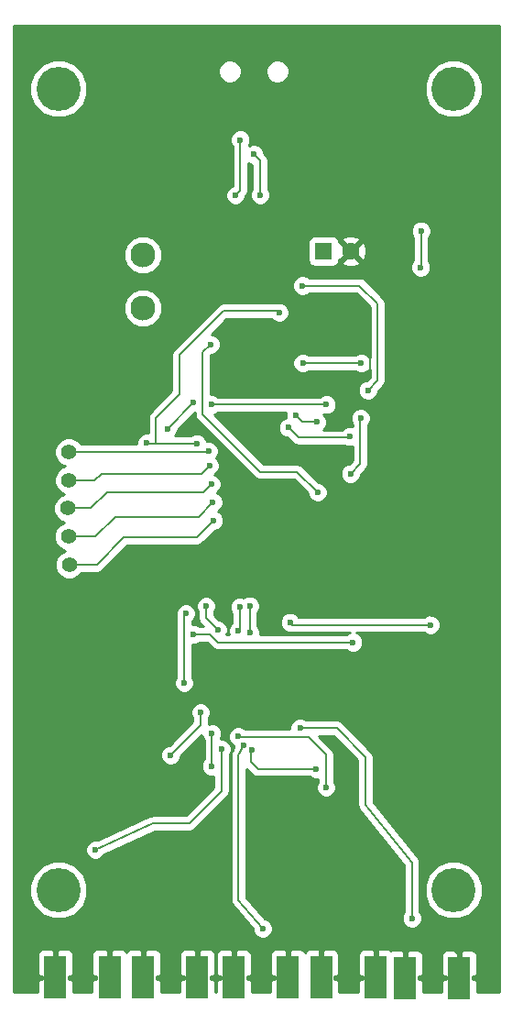
<source format=gbr>
G04 #@! TF.FileFunction,Copper,L2,Bot,Signal*
%FSLAX46Y46*%
G04 Gerber Fmt 4.6, Leading zero omitted, Abs format (unit mm)*
G04 Created by KiCad (PCBNEW 4.0.7) date 02/23/19 09:39:53*
%MOMM*%
%LPD*%
G01*
G04 APERTURE LIST*
%ADD10C,0.100000*%
%ADD11C,4.064000*%
%ADD12R,1.600000X1.600000*%
%ADD13C,1.600000*%
%ADD14R,2.000000X4.000000*%
%ADD15C,0.400000*%
%ADD16C,2.300000*%
%ADD17C,1.400000*%
%ADD18C,0.600000*%
%ADD19C,0.200000*%
%ADD20C,0.254000*%
G04 APERTURE END LIST*
D10*
D11*
X154500000Y-124000000D03*
X118000000Y-124000000D03*
X154500000Y-50000000D03*
X118000000Y-50000000D03*
D12*
X142499000Y-64986000D03*
D13*
X144999000Y-64986000D03*
D14*
X130829000Y-132076000D03*
D15*
X131204000Y-132826000D03*
X130454000Y-132826000D03*
X131204000Y-132076000D03*
X130454000Y-132076000D03*
X131204000Y-131326000D03*
X130454000Y-131326000D03*
D14*
X125829000Y-132076000D03*
D15*
X125454000Y-132826000D03*
X126204000Y-132826000D03*
X125454000Y-132076000D03*
X126204000Y-132076000D03*
X125454000Y-131326000D03*
X126204000Y-131326000D03*
D14*
X147300320Y-132094600D03*
D15*
X147675320Y-132844600D03*
X146925320Y-132844600D03*
X147675320Y-132094600D03*
X146925320Y-132094600D03*
X147675320Y-131344600D03*
X146925320Y-131344600D03*
D14*
X142300320Y-132094600D03*
D15*
X141925320Y-132844600D03*
X142675320Y-132844600D03*
X141925320Y-132094600D03*
X142675320Y-132094600D03*
X141925320Y-131344600D03*
X142675320Y-131344600D03*
D14*
X122705500Y-132069200D03*
D15*
X123080500Y-132819200D03*
X122330500Y-132819200D03*
X123080500Y-132069200D03*
X122330500Y-132069200D03*
X123080500Y-131319200D03*
X122330500Y-131319200D03*
D14*
X117705500Y-132069200D03*
D15*
X117330500Y-132819200D03*
X118080500Y-132819200D03*
X117330500Y-132069200D03*
X118080500Y-132069200D03*
X117330500Y-131319200D03*
X118080500Y-131319200D03*
D14*
X139202800Y-132069200D03*
D15*
X139577800Y-132819200D03*
X138827800Y-132819200D03*
X139577800Y-132069200D03*
X138827800Y-132069200D03*
X139577800Y-131319200D03*
X138827800Y-131319200D03*
D14*
X134202800Y-132069200D03*
D15*
X133827800Y-132819200D03*
X134577800Y-132819200D03*
X133827800Y-132069200D03*
X134577800Y-132069200D03*
X133827800Y-131319200D03*
X134577800Y-131319200D03*
D14*
X155039700Y-132122540D03*
D15*
X155414700Y-132872540D03*
X154664700Y-132872540D03*
X155414700Y-132122540D03*
X154664700Y-132122540D03*
X155414700Y-131372540D03*
X154664700Y-131372540D03*
D14*
X150039700Y-132122540D03*
D15*
X149664700Y-132872540D03*
X150414700Y-132872540D03*
X149664700Y-132122540D03*
X150414700Y-132122540D03*
X149664700Y-131372540D03*
X150414700Y-131372540D03*
D16*
X125809000Y-70236000D03*
X125809000Y-65336000D03*
D17*
X118949000Y-83556000D03*
X118929000Y-86156000D03*
X118869000Y-88746000D03*
X118899000Y-91336000D03*
X118979000Y-93966000D03*
D18*
X130484880Y-100398580D03*
X145919000Y-80416000D03*
X145219000Y-101116000D03*
X144979000Y-85546000D03*
X132119000Y-79176000D03*
X142759000Y-79166000D03*
X138409000Y-70656000D03*
X146599000Y-77846000D03*
X140549000Y-68176000D03*
X130779000Y-82766000D03*
X126169000Y-82706000D03*
X145979000Y-75336000D03*
X140569000Y-75336000D03*
X139399000Y-99276000D03*
X152389000Y-99506000D03*
X142722600Y-114523520D03*
X134599680Y-109819440D03*
X141828520Y-112816640D03*
X135856980Y-111061500D03*
X132176520Y-109550200D03*
X132110480Y-112557560D03*
X131627880Y-97756980D03*
X132694680Y-99974400D03*
X134799000Y-54716000D03*
X134339000Y-59846000D03*
X136629000Y-59806000D03*
X136059000Y-56066000D03*
X144899000Y-82116000D03*
X139229000Y-81286000D03*
X141869000Y-80786000D03*
X139909000Y-80196000D03*
X132019000Y-73606000D03*
X141949000Y-87276000D03*
X129609000Y-104866000D03*
X129769000Y-98446000D03*
X130469000Y-78976000D03*
X128039000Y-81426000D03*
X133045200Y-110992920D03*
X121383120Y-120282680D03*
X136870440Y-127548640D03*
X135087360Y-110611920D03*
X140314680Y-109042200D03*
X150664120Y-126598440D03*
X134200000Y-53670000D03*
X145790000Y-53920000D03*
X146620000Y-76596000D03*
X146150000Y-72070000D03*
X137312400Y-121904760D03*
X137411460Y-117187980D03*
X148209000Y-110175040D03*
X148153120Y-114952780D03*
X148717000Y-97414080D03*
X148777960Y-105481120D03*
X150444200Y-94947740D03*
X142737840Y-92613480D03*
X134630160Y-95341440D03*
X136429000Y-105496000D03*
X144059000Y-105486000D03*
X116689000Y-77656000D03*
X119089000Y-77646000D03*
X144999000Y-61596000D03*
X134309000Y-62056000D03*
X132119000Y-86516000D03*
X131124960Y-107579160D03*
X128358900Y-111541560D03*
X134757160Y-97820480D03*
X134612380Y-100032820D03*
X135666480Y-97749360D03*
X135674100Y-100261420D03*
X131869000Y-83466000D03*
X131979000Y-84806000D03*
X132269000Y-88176000D03*
X132339000Y-89876000D03*
X151500840Y-63124080D03*
X151470360Y-66497200D03*
D19*
X130484880Y-100398580D02*
X132006340Y-100398580D01*
X132723760Y-101116000D02*
X145219000Y-101116000D01*
X132006340Y-100398580D02*
X132723760Y-101116000D01*
X130484880Y-100398580D02*
X130482340Y-100398580D01*
X145889000Y-84636000D02*
X144979000Y-85546000D01*
X145889000Y-80446000D02*
X145889000Y-84636000D01*
X145889000Y-80446000D02*
X145919000Y-80416000D01*
X145219000Y-101116000D02*
X145069000Y-101266000D01*
X142749000Y-79176000D02*
X132119000Y-79176000D01*
X142759000Y-79166000D02*
X142749000Y-79176000D01*
X127019000Y-82766000D02*
X127019000Y-80386000D01*
X129189000Y-78216000D02*
X127019000Y-80386000D01*
X129189000Y-74556000D02*
X129189000Y-78216000D01*
X133229000Y-70516000D02*
X129189000Y-74556000D01*
X134699000Y-70516000D02*
X133229000Y-70516000D01*
X138269000Y-70516000D02*
X134699000Y-70516000D01*
X138269000Y-70516000D02*
X138409000Y-70656000D01*
X147489000Y-76956000D02*
X147489000Y-69856000D01*
X146599000Y-77846000D02*
X147489000Y-76956000D01*
X145809000Y-68176000D02*
X140549000Y-68176000D01*
X147489000Y-69856000D02*
X145809000Y-68176000D01*
X126229000Y-82766000D02*
X127019000Y-82766000D01*
X127019000Y-82766000D02*
X130779000Y-82766000D01*
X126169000Y-82706000D02*
X126229000Y-82766000D01*
X140569000Y-75336000D02*
X145979000Y-75336000D01*
X139399000Y-99276000D02*
X139629000Y-99506000D01*
X139629000Y-99506000D02*
X152389000Y-99506000D01*
X142722600Y-111455200D02*
X142722600Y-114523520D01*
X141147800Y-109880400D02*
X142722600Y-111455200D01*
X134660640Y-109880400D02*
X141147800Y-109880400D01*
X134599680Y-109819440D02*
X134660640Y-109880400D01*
X136423400Y-112816640D02*
X141828520Y-112816640D01*
X135793480Y-112186720D02*
X136423400Y-112816640D01*
X135793480Y-111125000D02*
X135793480Y-112186720D01*
X135856980Y-111061500D02*
X135793480Y-111125000D01*
X132176520Y-112491520D02*
X132176520Y-109550200D01*
X132110480Y-112557560D02*
X132176520Y-112491520D01*
X131627880Y-98907600D02*
X131627880Y-97756980D01*
X132694680Y-99974400D02*
X131627880Y-98907600D01*
X134799000Y-59386000D02*
X134799000Y-54716000D01*
X134339000Y-59846000D02*
X134799000Y-59386000D01*
X136629000Y-56636000D02*
X136629000Y-59806000D01*
X136059000Y-56066000D02*
X136629000Y-56636000D01*
X144809000Y-82206000D02*
X144899000Y-82116000D01*
X140149000Y-82206000D02*
X144809000Y-82206000D01*
X139229000Y-81286000D02*
X140149000Y-82206000D01*
X140499000Y-80786000D02*
X141869000Y-80786000D01*
X139909000Y-80196000D02*
X140499000Y-80786000D01*
X131329000Y-74296000D02*
X132019000Y-73606000D01*
X131329000Y-80056000D02*
X131329000Y-74296000D01*
X136659000Y-85386000D02*
X131329000Y-80056000D01*
X140059000Y-85386000D02*
X136659000Y-85386000D01*
X141949000Y-87276000D02*
X140059000Y-85386000D01*
X129619000Y-104856000D02*
X129609000Y-104866000D01*
X129619000Y-98596000D02*
X129619000Y-104856000D01*
X129769000Y-98446000D02*
X129619000Y-98596000D01*
X130469000Y-78996000D02*
X130469000Y-78976000D01*
X128039000Y-81426000D02*
X130469000Y-78996000D01*
X133045200Y-110992920D02*
X133075680Y-111023400D01*
X133075680Y-111023400D02*
X133075680Y-114833400D01*
X133075680Y-114833400D02*
X130088640Y-117820440D01*
X130088640Y-117820440D02*
X126705360Y-117820440D01*
X126705360Y-117820440D02*
X121383120Y-120282680D01*
X134635240Y-124927360D02*
X136870440Y-127548640D01*
X134635240Y-111531400D02*
X134635240Y-124927360D01*
X135087360Y-110611920D02*
X134635240Y-111531400D01*
X140314680Y-109042200D02*
X140317220Y-109039660D01*
X140317220Y-109039660D02*
X143710660Y-109039660D01*
X143710660Y-109039660D02*
X146380200Y-111709200D01*
X146380200Y-111709200D02*
X146380200Y-116128800D01*
X146380200Y-116128800D02*
X150664120Y-121472720D01*
X150664120Y-121472720D02*
X150664120Y-126598440D01*
X145540000Y-53670000D02*
X134200000Y-53670000D01*
X145790000Y-53920000D02*
X145540000Y-53670000D01*
X146750000Y-72670000D02*
X146150000Y-72070000D01*
X146750000Y-76466000D02*
X146750000Y-72670000D01*
X146750000Y-76466000D02*
X146620000Y-76596000D01*
X150039700Y-132122540D02*
X150039700Y-129418080D01*
X150037800Y-129509520D02*
X150037800Y-129418080D01*
X150037800Y-129419980D02*
X150037800Y-129509520D01*
X150039700Y-129418080D02*
X150037800Y-129419980D01*
X147300320Y-132094600D02*
X147300320Y-129549520D01*
X147300320Y-129549520D02*
X147431760Y-129418080D01*
X142300320Y-132094600D02*
X142300320Y-129581280D01*
X142300320Y-129581280D02*
X142463520Y-129418080D01*
X134202800Y-132069200D02*
X134202800Y-129473320D01*
X134202800Y-129473320D02*
X134147560Y-129418080D01*
X139202800Y-132069200D02*
X139202800Y-129563500D01*
X139202800Y-129563500D02*
X139057380Y-129418080D01*
X130829000Y-132076000D02*
X130829000Y-129739340D01*
X130829000Y-129739340D02*
X130507740Y-129418080D01*
X125829000Y-132076000D02*
X125829000Y-129588200D01*
X125829000Y-129588200D02*
X125658880Y-129418080D01*
X122705500Y-132069200D02*
X122705500Y-129578740D01*
X122705500Y-129578740D02*
X122544840Y-129418080D01*
X117705500Y-132069200D02*
X117705500Y-129647320D01*
X117705500Y-129647320D02*
X117934740Y-129418080D01*
X117934740Y-129418080D02*
X122544840Y-129418080D01*
X155011120Y-130032760D02*
X155011120Y-132093960D01*
X154396440Y-129418080D02*
X155011120Y-130032760D01*
X150037800Y-129418080D02*
X154396440Y-129418080D01*
X147431760Y-129418080D02*
X150037800Y-129418080D01*
X142463520Y-129418080D02*
X147431760Y-129418080D01*
X139057380Y-129418080D02*
X142463520Y-129418080D01*
X130507740Y-129418080D02*
X134147560Y-129418080D01*
X134147560Y-129418080D02*
X139057380Y-129418080D01*
X125658880Y-129418080D02*
X126149100Y-129418080D01*
X126149100Y-129418080D02*
X130507740Y-129418080D01*
X122544840Y-129418080D02*
X125658880Y-129418080D01*
X155011120Y-132093960D02*
X155039700Y-132122540D01*
X137312400Y-117287040D02*
X137312400Y-121904760D01*
X137411460Y-117187980D02*
X137312400Y-117287040D01*
X148209000Y-114896900D02*
X148209000Y-110175040D01*
X148153120Y-114952780D02*
X148209000Y-114896900D01*
X144059000Y-105486000D02*
X148773080Y-105486000D01*
X148704300Y-97345500D02*
X142773400Y-97345500D01*
X148704300Y-97401380D02*
X148704300Y-97345500D01*
X148717000Y-97414080D02*
X148704300Y-97401380D01*
X148773080Y-105486000D02*
X148777960Y-105481120D01*
X150444200Y-94947740D02*
X142984220Y-94947740D01*
X142984220Y-94947740D02*
X142773400Y-94736920D01*
X142773400Y-92649040D02*
X142773400Y-94736920D01*
X142737840Y-92613480D02*
X142773400Y-92649040D01*
X142773400Y-94736920D02*
X142773400Y-96177100D01*
X142773400Y-96177100D02*
X142773400Y-97345500D01*
X134630160Y-95341440D02*
X136634220Y-97345500D01*
X136634220Y-97345500D02*
X142773400Y-97345500D01*
X144049000Y-105496000D02*
X136429000Y-105496000D01*
X144059000Y-105486000D02*
X144049000Y-105496000D01*
X119079000Y-77656000D02*
X116689000Y-77656000D01*
X119089000Y-77646000D02*
X119079000Y-77656000D01*
X144539000Y-62056000D02*
X134309000Y-62056000D01*
X144539000Y-62056000D02*
X144999000Y-61596000D01*
X120969000Y-88746000D02*
X118869000Y-88746000D01*
X122479000Y-87236000D02*
X120969000Y-88746000D01*
X131399000Y-87236000D02*
X122479000Y-87236000D01*
X132119000Y-86516000D02*
X131399000Y-87236000D01*
X131124960Y-108775500D02*
X131124960Y-107579160D01*
X128358900Y-111541560D02*
X131124960Y-108775500D01*
X134757160Y-99888040D02*
X134757160Y-97820480D01*
X134612380Y-100032820D02*
X134757160Y-99888040D01*
X135666480Y-100253800D02*
X135666480Y-97749360D01*
X135674100Y-100261420D02*
X135666480Y-100253800D01*
X118949000Y-83556000D02*
X131779000Y-83556000D01*
X131779000Y-83556000D02*
X131869000Y-83466000D01*
X121349000Y-86156000D02*
X118929000Y-86156000D01*
X121959000Y-85546000D02*
X121349000Y-86156000D01*
X131239000Y-85546000D02*
X121959000Y-85546000D01*
X131979000Y-84806000D02*
X131239000Y-85546000D01*
X121419000Y-91336000D02*
X118899000Y-91336000D01*
X123239000Y-89516000D02*
X121419000Y-91336000D01*
X130929000Y-89516000D02*
X123239000Y-89516000D01*
X132269000Y-88176000D02*
X130929000Y-89516000D01*
X121519000Y-93966000D02*
X118979000Y-93966000D01*
X124049000Y-91436000D02*
X121519000Y-93966000D01*
X130779000Y-91436000D02*
X124049000Y-91436000D01*
X132339000Y-89876000D02*
X130779000Y-91436000D01*
X151500840Y-66466720D02*
X151500840Y-63124080D01*
X151470360Y-66497200D02*
X151500840Y-66466720D01*
D20*
G36*
X158700400Y-133422320D02*
X156674700Y-133422320D01*
X156674700Y-132408290D01*
X156515950Y-132249540D01*
X156251418Y-132249540D01*
X156260150Y-132222673D01*
X156242292Y-131995540D01*
X156515950Y-131995540D01*
X156674700Y-131836790D01*
X156674700Y-129996231D01*
X156578027Y-129762842D01*
X156399399Y-129584213D01*
X156166010Y-129487540D01*
X155325450Y-129487540D01*
X155166700Y-129646290D01*
X155166700Y-130560157D01*
X155034746Y-130614813D01*
X154912700Y-130575148D01*
X154912700Y-129646290D01*
X154753950Y-129487540D01*
X153913390Y-129487540D01*
X153680001Y-129584213D01*
X153501373Y-129762842D01*
X153404700Y-129996231D01*
X153404700Y-131836790D01*
X153563450Y-131995540D01*
X153827982Y-131995540D01*
X153819250Y-132022407D01*
X153837108Y-132249540D01*
X153563450Y-132249540D01*
X153404700Y-132408290D01*
X153404700Y-133422320D01*
X151674700Y-133422320D01*
X151674700Y-132408290D01*
X151515950Y-132249540D01*
X151251418Y-132249540D01*
X151260150Y-132222673D01*
X151242292Y-131995540D01*
X151515950Y-131995540D01*
X151674700Y-131836790D01*
X151674700Y-129996231D01*
X151578027Y-129762842D01*
X151399399Y-129584213D01*
X151166010Y-129487540D01*
X150325450Y-129487540D01*
X150166700Y-129646290D01*
X150166700Y-130560157D01*
X150034746Y-130614813D01*
X149912700Y-130575148D01*
X149912700Y-129646290D01*
X149753950Y-129487540D01*
X148913390Y-129487540D01*
X148685628Y-129581882D01*
X148660019Y-129556273D01*
X148426630Y-129459600D01*
X147586070Y-129459600D01*
X147427320Y-129618350D01*
X147427320Y-130532217D01*
X147295366Y-130586873D01*
X147173320Y-130547208D01*
X147173320Y-129618350D01*
X147014570Y-129459600D01*
X146174010Y-129459600D01*
X145940621Y-129556273D01*
X145761993Y-129734902D01*
X145665320Y-129968291D01*
X145665320Y-131808850D01*
X145824070Y-131967600D01*
X146088602Y-131967600D01*
X146079870Y-131994467D01*
X146097728Y-132221600D01*
X145824070Y-132221600D01*
X145665320Y-132380350D01*
X145665320Y-133422320D01*
X143935320Y-133422320D01*
X143935320Y-132380350D01*
X143776570Y-132221600D01*
X143512038Y-132221600D01*
X143520770Y-132194733D01*
X143502912Y-131967600D01*
X143776570Y-131967600D01*
X143935320Y-131808850D01*
X143935320Y-129968291D01*
X143838647Y-129734902D01*
X143660019Y-129556273D01*
X143426630Y-129459600D01*
X142586070Y-129459600D01*
X142427320Y-129618350D01*
X142427320Y-130532217D01*
X142295366Y-130586873D01*
X142173320Y-130547208D01*
X142173320Y-129618350D01*
X142014570Y-129459600D01*
X141174010Y-129459600D01*
X140940621Y-129556273D01*
X140761993Y-129734902D01*
X140756821Y-129747389D01*
X140741127Y-129709502D01*
X140562499Y-129530873D01*
X140329110Y-129434200D01*
X139488550Y-129434200D01*
X139329800Y-129592950D01*
X139329800Y-130506817D01*
X139197846Y-130561473D01*
X139075800Y-130521808D01*
X139075800Y-129592950D01*
X138917050Y-129434200D01*
X138076490Y-129434200D01*
X137843101Y-129530873D01*
X137664473Y-129709502D01*
X137567800Y-129942891D01*
X137567800Y-131783450D01*
X137726550Y-131942200D01*
X137991082Y-131942200D01*
X137982350Y-131969067D01*
X138000208Y-132196200D01*
X137726550Y-132196200D01*
X137567800Y-132354950D01*
X137567800Y-133422320D01*
X135837800Y-133422320D01*
X135837800Y-132354950D01*
X135679050Y-132196200D01*
X135414518Y-132196200D01*
X135423250Y-132169333D01*
X135405392Y-131942200D01*
X135679050Y-131942200D01*
X135837800Y-131783450D01*
X135837800Y-129942891D01*
X135741127Y-129709502D01*
X135562499Y-129530873D01*
X135329110Y-129434200D01*
X134488550Y-129434200D01*
X134329800Y-129592950D01*
X134329800Y-130506817D01*
X134197846Y-130561473D01*
X134075800Y-130521808D01*
X134075800Y-129592950D01*
X133917050Y-129434200D01*
X133076490Y-129434200D01*
X132843101Y-129530873D01*
X132664473Y-129709502D01*
X132567800Y-129942891D01*
X132567800Y-131783450D01*
X132726550Y-131942200D01*
X132991082Y-131942200D01*
X132982350Y-131969067D01*
X133000208Y-132196200D01*
X132726550Y-132196200D01*
X132567800Y-132354950D01*
X132567800Y-133422320D01*
X132464000Y-133422320D01*
X132464000Y-132361750D01*
X132305250Y-132203000D01*
X132040718Y-132203000D01*
X132049450Y-132176133D01*
X132031592Y-131949000D01*
X132305250Y-131949000D01*
X132464000Y-131790250D01*
X132464000Y-129949691D01*
X132367327Y-129716302D01*
X132188699Y-129537673D01*
X131955310Y-129441000D01*
X131114750Y-129441000D01*
X130956000Y-129599750D01*
X130956000Y-130513617D01*
X130824046Y-130568273D01*
X130702000Y-130528608D01*
X130702000Y-129599750D01*
X130543250Y-129441000D01*
X129702690Y-129441000D01*
X129469301Y-129537673D01*
X129290673Y-129716302D01*
X129194000Y-129949691D01*
X129194000Y-131790250D01*
X129352750Y-131949000D01*
X129617282Y-131949000D01*
X129608550Y-131975867D01*
X129626408Y-132203000D01*
X129352750Y-132203000D01*
X129194000Y-132361750D01*
X129194000Y-133422320D01*
X127464000Y-133422320D01*
X127464000Y-132361750D01*
X127305250Y-132203000D01*
X127040718Y-132203000D01*
X127049450Y-132176133D01*
X127031592Y-131949000D01*
X127305250Y-131949000D01*
X127464000Y-131790250D01*
X127464000Y-129949691D01*
X127367327Y-129716302D01*
X127188699Y-129537673D01*
X126955310Y-129441000D01*
X126114750Y-129441000D01*
X125956000Y-129599750D01*
X125956000Y-130513617D01*
X125824046Y-130568273D01*
X125702000Y-130528608D01*
X125702000Y-129599750D01*
X125543250Y-129441000D01*
X124702690Y-129441000D01*
X124469301Y-129537673D01*
X124290673Y-129716302D01*
X124268658Y-129769450D01*
X124243827Y-129709502D01*
X124065199Y-129530873D01*
X123831810Y-129434200D01*
X122991250Y-129434200D01*
X122832500Y-129592950D01*
X122832500Y-130506817D01*
X122700546Y-130561473D01*
X122578500Y-130521808D01*
X122578500Y-129592950D01*
X122419750Y-129434200D01*
X121579190Y-129434200D01*
X121345801Y-129530873D01*
X121167173Y-129709502D01*
X121070500Y-129942891D01*
X121070500Y-131783450D01*
X121229250Y-131942200D01*
X121493782Y-131942200D01*
X121485050Y-131969067D01*
X121502908Y-132196200D01*
X121229250Y-132196200D01*
X121070500Y-132354950D01*
X121070500Y-133422320D01*
X119340500Y-133422320D01*
X119340500Y-132354950D01*
X119181750Y-132196200D01*
X118917218Y-132196200D01*
X118925950Y-132169333D01*
X118908092Y-131942200D01*
X119181750Y-131942200D01*
X119340500Y-131783450D01*
X119340500Y-129942891D01*
X119243827Y-129709502D01*
X119065199Y-129530873D01*
X118831810Y-129434200D01*
X117991250Y-129434200D01*
X117832500Y-129592950D01*
X117832500Y-130506817D01*
X117700546Y-130561473D01*
X117578500Y-130521808D01*
X117578500Y-129592950D01*
X117419750Y-129434200D01*
X116579190Y-129434200D01*
X116345801Y-129530873D01*
X116167173Y-129709502D01*
X116070500Y-129942891D01*
X116070500Y-131783450D01*
X116229250Y-131942200D01*
X116493782Y-131942200D01*
X116485050Y-131969067D01*
X116502908Y-132196200D01*
X116229250Y-132196200D01*
X116070500Y-132354950D01*
X116070500Y-133422320D01*
X113841600Y-133422320D01*
X113841600Y-124528172D01*
X115332538Y-124528172D01*
X115737709Y-125508761D01*
X116487293Y-126259655D01*
X117467173Y-126666536D01*
X118528172Y-126667462D01*
X119508761Y-126262291D01*
X120259655Y-125512707D01*
X120666536Y-124532827D01*
X120667462Y-123471828D01*
X120262291Y-122491239D01*
X119512707Y-121740345D01*
X118532827Y-121333464D01*
X117471828Y-121332538D01*
X116491239Y-121737709D01*
X115740345Y-122487293D01*
X115333464Y-123467173D01*
X115332538Y-124528172D01*
X113841600Y-124528172D01*
X113841600Y-120467847D01*
X120447958Y-120467847D01*
X120590003Y-120811623D01*
X120852793Y-121074872D01*
X121196321Y-121217518D01*
X121568287Y-121217842D01*
X121912063Y-121075797D01*
X122175312Y-120813007D01*
X122220015Y-120705350D01*
X126867140Y-118555440D01*
X130088640Y-118555440D01*
X130369912Y-118499491D01*
X130608363Y-118340163D01*
X133595403Y-115353124D01*
X133754731Y-115114673D01*
X133768939Y-115043243D01*
X133810680Y-114833400D01*
X133810680Y-111549912D01*
X133837392Y-111523247D01*
X133980038Y-111179719D01*
X133980362Y-110807753D01*
X133838317Y-110463977D01*
X133575527Y-110200728D01*
X133231999Y-110058082D01*
X132978124Y-110057861D01*
X133000237Y-110004607D01*
X133664518Y-110004607D01*
X133806563Y-110348383D01*
X134069353Y-110611632D01*
X134152330Y-110646087D01*
X134152198Y-110797087D01*
X134163642Y-110824785D01*
X133975664Y-111207078D01*
X133969492Y-111230218D01*
X133956189Y-111250128D01*
X133932738Y-111368022D01*
X133901759Y-111484174D01*
X133904912Y-111507912D01*
X133900240Y-111531400D01*
X133900240Y-124927360D01*
X133922635Y-125039944D01*
X133936035Y-125153934D01*
X133950432Y-125179690D01*
X133956189Y-125208632D01*
X134019957Y-125304067D01*
X134075964Y-125404262D01*
X135935408Y-127584882D01*
X135935278Y-127733807D01*
X136077323Y-128077583D01*
X136340113Y-128340832D01*
X136683641Y-128483478D01*
X137055607Y-128483802D01*
X137399383Y-128341757D01*
X137662632Y-128078967D01*
X137805278Y-127735439D01*
X137805602Y-127363473D01*
X137663557Y-127019697D01*
X137400767Y-126756448D01*
X137057239Y-126613802D01*
X137039215Y-126613786D01*
X135370240Y-124656534D01*
X135370240Y-112802926D01*
X135903676Y-113336363D01*
X136142127Y-113495691D01*
X136188794Y-113504973D01*
X136423400Y-113551640D01*
X141241101Y-113551640D01*
X141298193Y-113608832D01*
X141641721Y-113751478D01*
X141987600Y-113751779D01*
X141987600Y-113936101D01*
X141930408Y-113993193D01*
X141787762Y-114336721D01*
X141787438Y-114708687D01*
X141929483Y-115052463D01*
X142192273Y-115315712D01*
X142535801Y-115458358D01*
X142907767Y-115458682D01*
X143251543Y-115316637D01*
X143514792Y-115053847D01*
X143657438Y-114710319D01*
X143657762Y-114338353D01*
X143515717Y-113994577D01*
X143457600Y-113936358D01*
X143457600Y-111455200D01*
X143401651Y-111173928D01*
X143242324Y-110935477D01*
X142081506Y-109774660D01*
X143406214Y-109774660D01*
X145645200Y-112013647D01*
X145645200Y-116128800D01*
X145665456Y-116230634D01*
X145674446Y-116334070D01*
X145693212Y-116370169D01*
X145701149Y-116410072D01*
X145758832Y-116496401D01*
X145806722Y-116588525D01*
X149929120Y-121730958D01*
X149929120Y-126011021D01*
X149871928Y-126068113D01*
X149729282Y-126411641D01*
X149728958Y-126783607D01*
X149871003Y-127127383D01*
X150133793Y-127390632D01*
X150477321Y-127533278D01*
X150849287Y-127533602D01*
X151193063Y-127391557D01*
X151456312Y-127128767D01*
X151598958Y-126785239D01*
X151599282Y-126413273D01*
X151457237Y-126069497D01*
X151399120Y-126011278D01*
X151399120Y-124528172D01*
X151832538Y-124528172D01*
X152237709Y-125508761D01*
X152987293Y-126259655D01*
X153967173Y-126666536D01*
X155028172Y-126667462D01*
X156008761Y-126262291D01*
X156759655Y-125512707D01*
X157166536Y-124532827D01*
X157167462Y-123471828D01*
X156762291Y-122491239D01*
X156012707Y-121740345D01*
X155032827Y-121333464D01*
X153971828Y-121332538D01*
X152991239Y-121737709D01*
X152240345Y-122487293D01*
X151833464Y-123467173D01*
X151832538Y-124528172D01*
X151399120Y-124528172D01*
X151399120Y-121472720D01*
X151378862Y-121370877D01*
X151369873Y-121267449D01*
X151351108Y-121231352D01*
X151343171Y-121191448D01*
X151285489Y-121105120D01*
X151237598Y-121012994D01*
X147115200Y-115870563D01*
X147115200Y-111709200D01*
X147059251Y-111427928D01*
X147011453Y-111356393D01*
X146899924Y-111189477D01*
X144230383Y-108519937D01*
X143991932Y-108360609D01*
X143710660Y-108304660D01*
X140899564Y-108304660D01*
X140845007Y-108250008D01*
X140501479Y-108107362D01*
X140129513Y-108107038D01*
X139785737Y-108249083D01*
X139522488Y-108511873D01*
X139379842Y-108855401D01*
X139379589Y-109145400D01*
X135247953Y-109145400D01*
X135130007Y-109027248D01*
X134786479Y-108884602D01*
X134414513Y-108884278D01*
X134070737Y-109026323D01*
X133807488Y-109289113D01*
X133664842Y-109632641D01*
X133664518Y-110004607D01*
X133000237Y-110004607D01*
X133111358Y-109736999D01*
X133111682Y-109365033D01*
X132969637Y-109021257D01*
X132706847Y-108758008D01*
X132363319Y-108615362D01*
X131991353Y-108615038D01*
X131859960Y-108669328D01*
X131859960Y-108166579D01*
X131917152Y-108109487D01*
X132059798Y-107765959D01*
X132060122Y-107393993D01*
X131918077Y-107050217D01*
X131655287Y-106786968D01*
X131311759Y-106644322D01*
X130939793Y-106643998D01*
X130596017Y-106786043D01*
X130332768Y-107048833D01*
X130190122Y-107392361D01*
X130189798Y-107764327D01*
X130331843Y-108108103D01*
X130389960Y-108166322D01*
X130389960Y-108471053D01*
X128254545Y-110606468D01*
X128173733Y-110606398D01*
X127829957Y-110748443D01*
X127566708Y-111011233D01*
X127424062Y-111354761D01*
X127423738Y-111726727D01*
X127565783Y-112070503D01*
X127828573Y-112333752D01*
X128172101Y-112476398D01*
X128544067Y-112476722D01*
X128887843Y-112334677D01*
X129151092Y-112071887D01*
X129293738Y-111728359D01*
X129293810Y-111646096D01*
X131241390Y-109698517D01*
X131241358Y-109735367D01*
X131383403Y-110079143D01*
X131441520Y-110137362D01*
X131441520Y-111904216D01*
X131318288Y-112027233D01*
X131175642Y-112370761D01*
X131175318Y-112742727D01*
X131317363Y-113086503D01*
X131580153Y-113349752D01*
X131923681Y-113492398D01*
X132295647Y-113492722D01*
X132340680Y-113474115D01*
X132340680Y-114528953D01*
X129784194Y-117085440D01*
X126705360Y-117085440D01*
X126690491Y-117088398D01*
X126675520Y-117086047D01*
X126550376Y-117116269D01*
X126424088Y-117141389D01*
X126411486Y-117149810D01*
X126396751Y-117153368D01*
X121613860Y-119366088D01*
X121569919Y-119347842D01*
X121197953Y-119347518D01*
X120854177Y-119489563D01*
X120590928Y-119752353D01*
X120448282Y-120095881D01*
X120447958Y-120467847D01*
X113841600Y-120467847D01*
X113841600Y-105051167D01*
X128673838Y-105051167D01*
X128815883Y-105394943D01*
X129078673Y-105658192D01*
X129422201Y-105800838D01*
X129794167Y-105801162D01*
X130137943Y-105659117D01*
X130401192Y-105396327D01*
X130543838Y-105052799D01*
X130544162Y-104680833D01*
X130402117Y-104337057D01*
X130354000Y-104288856D01*
X130354000Y-101333467D01*
X130670047Y-101333742D01*
X131013823Y-101191697D01*
X131072042Y-101133580D01*
X131701894Y-101133580D01*
X132204036Y-101635723D01*
X132428528Y-101785723D01*
X132442488Y-101795051D01*
X132723760Y-101851000D01*
X144631581Y-101851000D01*
X144688673Y-101908192D01*
X145032201Y-102050838D01*
X145404167Y-102051162D01*
X145747943Y-101909117D01*
X146011192Y-101646327D01*
X146153838Y-101302799D01*
X146154162Y-100930833D01*
X146012117Y-100587057D01*
X145749327Y-100323808D01*
X145549904Y-100241000D01*
X151801581Y-100241000D01*
X151858673Y-100298192D01*
X152202201Y-100440838D01*
X152574167Y-100441162D01*
X152917943Y-100299117D01*
X153181192Y-100036327D01*
X153323838Y-99692799D01*
X153324162Y-99320833D01*
X153182117Y-98977057D01*
X152919327Y-98713808D01*
X152575799Y-98571162D01*
X152203833Y-98570838D01*
X151860057Y-98712883D01*
X151801838Y-98771000D01*
X140202010Y-98771000D01*
X140192117Y-98747057D01*
X139929327Y-98483808D01*
X139585799Y-98341162D01*
X139213833Y-98340838D01*
X138870057Y-98482883D01*
X138606808Y-98745673D01*
X138464162Y-99089201D01*
X138463838Y-99461167D01*
X138605883Y-99804943D01*
X138868673Y-100068192D01*
X139212201Y-100210838D01*
X139478533Y-100211070D01*
X139629000Y-100241000D01*
X144888229Y-100241000D01*
X144690057Y-100322883D01*
X144631838Y-100381000D01*
X136608997Y-100381000D01*
X136609262Y-100076253D01*
X136467217Y-99732477D01*
X136401480Y-99666625D01*
X136401480Y-98336779D01*
X136458672Y-98279687D01*
X136601318Y-97936159D01*
X136601642Y-97564193D01*
X136459597Y-97220417D01*
X136196807Y-96957168D01*
X135853279Y-96814522D01*
X135481313Y-96814198D01*
X135137537Y-96956243D01*
X135130618Y-96963150D01*
X134943959Y-96885642D01*
X134571993Y-96885318D01*
X134228217Y-97027363D01*
X133964968Y-97290153D01*
X133822322Y-97633681D01*
X133821998Y-98005647D01*
X133964043Y-98349423D01*
X134022160Y-98407642D01*
X134022160Y-99300873D01*
X133820188Y-99502493D01*
X133677542Y-99846021D01*
X133677218Y-100217987D01*
X133744573Y-100381000D01*
X133538248Y-100381000D01*
X133629518Y-100161199D01*
X133629842Y-99789233D01*
X133487797Y-99445457D01*
X133225007Y-99182208D01*
X132881479Y-99039562D01*
X132799217Y-99039490D01*
X132362880Y-98603154D01*
X132362880Y-98344399D01*
X132420072Y-98287307D01*
X132562718Y-97943779D01*
X132563042Y-97571813D01*
X132420997Y-97228037D01*
X132158207Y-96964788D01*
X131814679Y-96822142D01*
X131442713Y-96821818D01*
X131098937Y-96963863D01*
X130835688Y-97226653D01*
X130693042Y-97570181D01*
X130692718Y-97942147D01*
X130834763Y-98285923D01*
X130892880Y-98344142D01*
X130892880Y-98907600D01*
X130930750Y-99097982D01*
X130948829Y-99188872D01*
X131108157Y-99427323D01*
X131344414Y-99663580D01*
X131072299Y-99663580D01*
X131015207Y-99606388D01*
X130671679Y-99463742D01*
X130354000Y-99463465D01*
X130354000Y-99183158D01*
X130561192Y-98976327D01*
X130703838Y-98632799D01*
X130704162Y-98260833D01*
X130562117Y-97917057D01*
X130299327Y-97653808D01*
X129955799Y-97511162D01*
X129583833Y-97510838D01*
X129240057Y-97652883D01*
X128976808Y-97915673D01*
X128834162Y-98259201D01*
X128833838Y-98631167D01*
X128884000Y-98752569D01*
X128884000Y-104268598D01*
X128816808Y-104335673D01*
X128674162Y-104679201D01*
X128673838Y-105051167D01*
X113841600Y-105051167D01*
X113841600Y-89010383D01*
X117533769Y-89010383D01*
X117736582Y-89501229D01*
X118111796Y-89877098D01*
X118521845Y-90047365D01*
X118143771Y-90203582D01*
X117767902Y-90578796D01*
X117564232Y-91069287D01*
X117563769Y-91600383D01*
X117766582Y-92091229D01*
X118141796Y-92467098D01*
X118625067Y-92667770D01*
X118223771Y-92833582D01*
X117847902Y-93208796D01*
X117644232Y-93699287D01*
X117643769Y-94230383D01*
X117846582Y-94721229D01*
X118221796Y-95097098D01*
X118712287Y-95300768D01*
X119243383Y-95301231D01*
X119734229Y-95098418D01*
X120110098Y-94723204D01*
X120119318Y-94701000D01*
X121519000Y-94701000D01*
X121800272Y-94645051D01*
X122038723Y-94485723D01*
X124353447Y-92171000D01*
X130779000Y-92171000D01*
X131060272Y-92115051D01*
X131298723Y-91955723D01*
X132443355Y-90811092D01*
X132524167Y-90811162D01*
X132867943Y-90669117D01*
X133131192Y-90406327D01*
X133273838Y-90062799D01*
X133274162Y-89690833D01*
X133132117Y-89347057D01*
X132869327Y-89083808D01*
X132695279Y-89011537D01*
X132797943Y-88969117D01*
X133061192Y-88706327D01*
X133203838Y-88362799D01*
X133204162Y-87990833D01*
X133062117Y-87647057D01*
X132799327Y-87383808D01*
X132633662Y-87315018D01*
X132647943Y-87309117D01*
X132911192Y-87046327D01*
X133053838Y-86702799D01*
X133054162Y-86330833D01*
X132912117Y-85987057D01*
X132649327Y-85723808D01*
X132428295Y-85632027D01*
X132507943Y-85599117D01*
X132771192Y-85336327D01*
X132913838Y-84992799D01*
X132914162Y-84620833D01*
X132772117Y-84277057D01*
X132576387Y-84080985D01*
X132661192Y-83996327D01*
X132803838Y-83652799D01*
X132804162Y-83280833D01*
X132662117Y-82937057D01*
X132399327Y-82673808D01*
X132055799Y-82531162D01*
X131693508Y-82530846D01*
X131572117Y-82237057D01*
X131309327Y-81973808D01*
X130965799Y-81831162D01*
X130593833Y-81830838D01*
X130250057Y-81972883D01*
X130191838Y-82031000D01*
X128756389Y-82031000D01*
X128831192Y-81956327D01*
X128973838Y-81612799D01*
X128973910Y-81530537D01*
X130593338Y-79911109D01*
X130594000Y-79911110D01*
X130594000Y-80056000D01*
X130628777Y-80230833D01*
X130649949Y-80337272D01*
X130809277Y-80575723D01*
X136139276Y-85905723D01*
X136274799Y-85996276D01*
X136377728Y-86065051D01*
X136659000Y-86121000D01*
X139754554Y-86121000D01*
X141013908Y-87380355D01*
X141013838Y-87461167D01*
X141155883Y-87804943D01*
X141418673Y-88068192D01*
X141762201Y-88210838D01*
X142134167Y-88211162D01*
X142477943Y-88069117D01*
X142741192Y-87806327D01*
X142883838Y-87462799D01*
X142884162Y-87090833D01*
X142742117Y-86747057D01*
X142479327Y-86483808D01*
X142135799Y-86341162D01*
X142053537Y-86341090D01*
X140578723Y-84866277D01*
X140340272Y-84706949D01*
X140059000Y-84651000D01*
X136963447Y-84651000D01*
X132388686Y-80076240D01*
X132647943Y-79969117D01*
X132706162Y-79911000D01*
X139014939Y-79911000D01*
X138974162Y-80009201D01*
X138973839Y-80379759D01*
X138700057Y-80492883D01*
X138436808Y-80755673D01*
X138294162Y-81099201D01*
X138293838Y-81471167D01*
X138435883Y-81814943D01*
X138698673Y-82078192D01*
X139042201Y-82220838D01*
X139124463Y-82220910D01*
X139629276Y-82725723D01*
X139867727Y-82885051D01*
X139898475Y-82891167D01*
X140149000Y-82941000D01*
X144447683Y-82941000D01*
X144712201Y-83050838D01*
X145084167Y-83051162D01*
X145154000Y-83022308D01*
X145154000Y-84331553D01*
X144874645Y-84610908D01*
X144793833Y-84610838D01*
X144450057Y-84752883D01*
X144186808Y-85015673D01*
X144044162Y-85359201D01*
X144043838Y-85731167D01*
X144185883Y-86074943D01*
X144448673Y-86338192D01*
X144792201Y-86480838D01*
X145164167Y-86481162D01*
X145507943Y-86339117D01*
X145771192Y-86076327D01*
X145913838Y-85732799D01*
X145913910Y-85650537D01*
X146408723Y-85155724D01*
X146568051Y-84917272D01*
X146578061Y-84866949D01*
X146624000Y-84636000D01*
X146624000Y-81033367D01*
X146711192Y-80946327D01*
X146853838Y-80602799D01*
X146854162Y-80230833D01*
X146712117Y-79887057D01*
X146449327Y-79623808D01*
X146105799Y-79481162D01*
X145733833Y-79480838D01*
X145390057Y-79622883D01*
X145126808Y-79885673D01*
X144984162Y-80229201D01*
X144983838Y-80601167D01*
X145125883Y-80944943D01*
X145154000Y-80973109D01*
X145154000Y-81209482D01*
X145085799Y-81181162D01*
X144713833Y-81180838D01*
X144370057Y-81322883D01*
X144221681Y-81471000D01*
X142506249Y-81471000D01*
X142661192Y-81316327D01*
X142803838Y-80972799D01*
X142804162Y-80600833D01*
X142662117Y-80257057D01*
X142459422Y-80054008D01*
X142572201Y-80100838D01*
X142944167Y-80101162D01*
X143287943Y-79959117D01*
X143551192Y-79696327D01*
X143693838Y-79352799D01*
X143694162Y-78980833D01*
X143552117Y-78637057D01*
X143289327Y-78373808D01*
X142945799Y-78231162D01*
X142573833Y-78230838D01*
X142230057Y-78372883D01*
X142161821Y-78441000D01*
X132706419Y-78441000D01*
X132649327Y-78383808D01*
X132305799Y-78241162D01*
X132064000Y-78240951D01*
X132064000Y-74600446D01*
X132123355Y-74541092D01*
X132204167Y-74541162D01*
X132547943Y-74399117D01*
X132811192Y-74136327D01*
X132953838Y-73792799D01*
X132954162Y-73420833D01*
X132812117Y-73077057D01*
X132549327Y-72813808D01*
X132205799Y-72671162D01*
X132113365Y-72671081D01*
X133533447Y-71251000D01*
X137681825Y-71251000D01*
X137878673Y-71448192D01*
X138222201Y-71590838D01*
X138594167Y-71591162D01*
X138937943Y-71449117D01*
X139201192Y-71186327D01*
X139343838Y-70842799D01*
X139344162Y-70470833D01*
X139202117Y-70127057D01*
X138939327Y-69863808D01*
X138595799Y-69721162D01*
X138223833Y-69720838D01*
X138078229Y-69781000D01*
X133229000Y-69781000D01*
X132947728Y-69836949D01*
X132709277Y-69996276D01*
X128669277Y-74036277D01*
X128509949Y-74274728D01*
X128454000Y-74556000D01*
X128454000Y-77911553D01*
X126499277Y-79866277D01*
X126339949Y-80104728D01*
X126284000Y-80386000D01*
X126284000Y-81771099D01*
X125983833Y-81770838D01*
X125640057Y-81912883D01*
X125376808Y-82175673D01*
X125234162Y-82519201D01*
X125233899Y-82821000D01*
X120089776Y-82821000D01*
X120081418Y-82800771D01*
X119706204Y-82424902D01*
X119215713Y-82221232D01*
X118684617Y-82220769D01*
X118193771Y-82423582D01*
X117817902Y-82798796D01*
X117614232Y-83289287D01*
X117613769Y-83820383D01*
X117816582Y-84311229D01*
X118191796Y-84687098D01*
X118588978Y-84852022D01*
X118173771Y-85023582D01*
X117797902Y-85398796D01*
X117594232Y-85889287D01*
X117593769Y-86420383D01*
X117796582Y-86911229D01*
X118171796Y-87287098D01*
X118536956Y-87438726D01*
X118113771Y-87613582D01*
X117737902Y-87988796D01*
X117534232Y-88479287D01*
X117533769Y-89010383D01*
X113841600Y-89010383D01*
X113841600Y-70589501D01*
X124023691Y-70589501D01*
X124294868Y-71245800D01*
X124796559Y-71748367D01*
X125452384Y-72020689D01*
X126162501Y-72021309D01*
X126818800Y-71750132D01*
X127321367Y-71248441D01*
X127593689Y-70592616D01*
X127594309Y-69882499D01*
X127323132Y-69226200D01*
X126821441Y-68723633D01*
X126165616Y-68451311D01*
X125455499Y-68450691D01*
X124799200Y-68721868D01*
X124296633Y-69223559D01*
X124024311Y-69879384D01*
X124023691Y-70589501D01*
X113841600Y-70589501D01*
X113841600Y-68361167D01*
X139613838Y-68361167D01*
X139755883Y-68704943D01*
X140018673Y-68968192D01*
X140362201Y-69110838D01*
X140734167Y-69111162D01*
X141077943Y-68969117D01*
X141136162Y-68911000D01*
X145504554Y-68911000D01*
X146754000Y-70160447D01*
X146754000Y-74788908D01*
X146509327Y-74543808D01*
X146165799Y-74401162D01*
X145793833Y-74400838D01*
X145450057Y-74542883D01*
X145391838Y-74601000D01*
X141156419Y-74601000D01*
X141099327Y-74543808D01*
X140755799Y-74401162D01*
X140383833Y-74400838D01*
X140040057Y-74542883D01*
X139776808Y-74805673D01*
X139634162Y-75149201D01*
X139633838Y-75521167D01*
X139775883Y-75864943D01*
X140038673Y-76128192D01*
X140382201Y-76270838D01*
X140754167Y-76271162D01*
X141097943Y-76129117D01*
X141156162Y-76071000D01*
X145391581Y-76071000D01*
X145448673Y-76128192D01*
X145792201Y-76270838D01*
X146164167Y-76271162D01*
X146507943Y-76129117D01*
X146754000Y-75883489D01*
X146754000Y-76651553D01*
X146494645Y-76910908D01*
X146413833Y-76910838D01*
X146070057Y-77052883D01*
X145806808Y-77315673D01*
X145664162Y-77659201D01*
X145663838Y-78031167D01*
X145805883Y-78374943D01*
X146068673Y-78638192D01*
X146412201Y-78780838D01*
X146784167Y-78781162D01*
X147127943Y-78639117D01*
X147391192Y-78376327D01*
X147533838Y-78032799D01*
X147533910Y-77950537D01*
X148008723Y-77475724D01*
X148168051Y-77237272D01*
X148224000Y-76956000D01*
X148224000Y-69856000D01*
X148168051Y-69574728D01*
X148008724Y-69336277D01*
X146328723Y-67656277D01*
X146090272Y-67496949D01*
X145809000Y-67441000D01*
X141136419Y-67441000D01*
X141079327Y-67383808D01*
X140735799Y-67241162D01*
X140363833Y-67240838D01*
X140020057Y-67382883D01*
X139756808Y-67645673D01*
X139614162Y-67989201D01*
X139613838Y-68361167D01*
X113841600Y-68361167D01*
X113841600Y-65689501D01*
X124023691Y-65689501D01*
X124294868Y-66345800D01*
X124796559Y-66848367D01*
X125452384Y-67120689D01*
X126162501Y-67121309D01*
X126818800Y-66850132D01*
X126986857Y-66682367D01*
X150535198Y-66682367D01*
X150677243Y-67026143D01*
X150940033Y-67289392D01*
X151283561Y-67432038D01*
X151655527Y-67432362D01*
X151999303Y-67290317D01*
X152262552Y-67027527D01*
X152405198Y-66683999D01*
X152405522Y-66312033D01*
X152263477Y-65968257D01*
X152235840Y-65940572D01*
X152235840Y-63711499D01*
X152293032Y-63654407D01*
X152435678Y-63310879D01*
X152436002Y-62938913D01*
X152293957Y-62595137D01*
X152031167Y-62331888D01*
X151687639Y-62189242D01*
X151315673Y-62188918D01*
X150971897Y-62330963D01*
X150708648Y-62593753D01*
X150566002Y-62937281D01*
X150565678Y-63309247D01*
X150707723Y-63653023D01*
X150765840Y-63711242D01*
X150765840Y-65879354D01*
X150678168Y-65966873D01*
X150535522Y-66310401D01*
X150535198Y-66682367D01*
X126986857Y-66682367D01*
X127321367Y-66348441D01*
X127593689Y-65692616D01*
X127594309Y-64982499D01*
X127323132Y-64326200D01*
X127183177Y-64186000D01*
X141051560Y-64186000D01*
X141051560Y-65786000D01*
X141095838Y-66021317D01*
X141234910Y-66237441D01*
X141447110Y-66382431D01*
X141699000Y-66433440D01*
X143299000Y-66433440D01*
X143534317Y-66389162D01*
X143750441Y-66250090D01*
X143895431Y-66037890D01*
X143904370Y-65993745D01*
X144170861Y-65993745D01*
X144244995Y-66239864D01*
X144782223Y-66432965D01*
X145352454Y-66405778D01*
X145753005Y-66239864D01*
X145827139Y-65993745D01*
X144999000Y-65165605D01*
X144170861Y-65993745D01*
X143904370Y-65993745D01*
X143943646Y-65799799D01*
X143991255Y-65814139D01*
X144819395Y-64986000D01*
X145178605Y-64986000D01*
X146006745Y-65814139D01*
X146252864Y-65740005D01*
X146445965Y-65202777D01*
X146418778Y-64632546D01*
X146252864Y-64231995D01*
X146006745Y-64157861D01*
X145178605Y-64986000D01*
X144819395Y-64986000D01*
X143991255Y-64157861D01*
X143943833Y-64172145D01*
X143907351Y-63978255D01*
X144170861Y-63978255D01*
X144999000Y-64806395D01*
X145827139Y-63978255D01*
X145753005Y-63732136D01*
X145215777Y-63539035D01*
X144645546Y-63566222D01*
X144244995Y-63732136D01*
X144170861Y-63978255D01*
X143907351Y-63978255D01*
X143902162Y-63950683D01*
X143763090Y-63734559D01*
X143550890Y-63589569D01*
X143299000Y-63538560D01*
X141699000Y-63538560D01*
X141463683Y-63582838D01*
X141247559Y-63721910D01*
X141102569Y-63934110D01*
X141051560Y-64186000D01*
X127183177Y-64186000D01*
X126821441Y-63823633D01*
X126165616Y-63551311D01*
X125455499Y-63550691D01*
X124799200Y-63821868D01*
X124296633Y-64323559D01*
X124024311Y-64979384D01*
X124023691Y-65689501D01*
X113841600Y-65689501D01*
X113841600Y-60031167D01*
X133403838Y-60031167D01*
X133545883Y-60374943D01*
X133808673Y-60638192D01*
X134152201Y-60780838D01*
X134524167Y-60781162D01*
X134867943Y-60639117D01*
X135131192Y-60376327D01*
X135273838Y-60032799D01*
X135273910Y-59950537D01*
X135318723Y-59905724D01*
X135478051Y-59667272D01*
X135498448Y-59564728D01*
X135534000Y-59386000D01*
X135534000Y-56860404D01*
X135872201Y-57000838D01*
X135894000Y-57000857D01*
X135894000Y-59218581D01*
X135836808Y-59275673D01*
X135694162Y-59619201D01*
X135693838Y-59991167D01*
X135835883Y-60334943D01*
X136098673Y-60598192D01*
X136442201Y-60740838D01*
X136814167Y-60741162D01*
X137157943Y-60599117D01*
X137421192Y-60336327D01*
X137563838Y-59992799D01*
X137564162Y-59620833D01*
X137422117Y-59277057D01*
X137364000Y-59218838D01*
X137364000Y-56636000D01*
X137308051Y-56354728D01*
X137303069Y-56347272D01*
X137148724Y-56116277D01*
X136994092Y-55961645D01*
X136994162Y-55880833D01*
X136852117Y-55537057D01*
X136589327Y-55273808D01*
X136245799Y-55131162D01*
X135873833Y-55130838D01*
X135588978Y-55248538D01*
X135591192Y-55246327D01*
X135733838Y-54902799D01*
X135734162Y-54530833D01*
X135592117Y-54187057D01*
X135329327Y-53923808D01*
X134985799Y-53781162D01*
X134613833Y-53780838D01*
X134270057Y-53922883D01*
X134006808Y-54185673D01*
X133864162Y-54529201D01*
X133863838Y-54901167D01*
X134005883Y-55244943D01*
X134064000Y-55303162D01*
X134064000Y-58947956D01*
X133810057Y-59052883D01*
X133546808Y-59315673D01*
X133404162Y-59659201D01*
X133403838Y-60031167D01*
X113841600Y-60031167D01*
X113841600Y-50528172D01*
X115332538Y-50528172D01*
X115737709Y-51508761D01*
X116487293Y-52259655D01*
X117467173Y-52666536D01*
X118528172Y-52667462D01*
X119508761Y-52262291D01*
X120259655Y-51512707D01*
X120666536Y-50532827D01*
X120666540Y-50528172D01*
X151832538Y-50528172D01*
X152237709Y-51508761D01*
X152987293Y-52259655D01*
X153967173Y-52666536D01*
X155028172Y-52667462D01*
X156008761Y-52262291D01*
X156759655Y-51512707D01*
X157166536Y-50532827D01*
X157167462Y-49471828D01*
X156762291Y-48491239D01*
X156012707Y-47740345D01*
X155032827Y-47333464D01*
X153971828Y-47332538D01*
X152991239Y-47737709D01*
X152240345Y-48487293D01*
X151833464Y-49467173D01*
X151832538Y-50528172D01*
X120666540Y-50528172D01*
X120667462Y-49471828D01*
X120311723Y-48610873D01*
X132733812Y-48610873D01*
X132898646Y-49009800D01*
X133203595Y-49315282D01*
X133602233Y-49480811D01*
X134033873Y-49481188D01*
X134432800Y-49316354D01*
X134738282Y-49011405D01*
X134903811Y-48612767D01*
X134903812Y-48610873D01*
X137133812Y-48610873D01*
X137298646Y-49009800D01*
X137603595Y-49315282D01*
X138002233Y-49480811D01*
X138433873Y-49481188D01*
X138832800Y-49316354D01*
X139138282Y-49011405D01*
X139303811Y-48612767D01*
X139304188Y-48181127D01*
X139139354Y-47782200D01*
X138834405Y-47476718D01*
X138435767Y-47311189D01*
X138004127Y-47310812D01*
X137605200Y-47475646D01*
X137299718Y-47780595D01*
X137134189Y-48179233D01*
X137133812Y-48610873D01*
X134903812Y-48610873D01*
X134904188Y-48181127D01*
X134739354Y-47782200D01*
X134434405Y-47476718D01*
X134035767Y-47311189D01*
X133604127Y-47310812D01*
X133205200Y-47475646D01*
X132899718Y-47780595D01*
X132734189Y-48179233D01*
X132733812Y-48610873D01*
X120311723Y-48610873D01*
X120262291Y-48491239D01*
X119512707Y-47740345D01*
X118532827Y-47333464D01*
X117471828Y-47332538D01*
X116491239Y-47737709D01*
X115740345Y-48487293D01*
X115333464Y-49467173D01*
X115332538Y-50528172D01*
X113841600Y-50528172D01*
X113841600Y-44184640D01*
X158700400Y-44184640D01*
X158700400Y-133422320D01*
X158700400Y-133422320D01*
G37*
X158700400Y-133422320D02*
X156674700Y-133422320D01*
X156674700Y-132408290D01*
X156515950Y-132249540D01*
X156251418Y-132249540D01*
X156260150Y-132222673D01*
X156242292Y-131995540D01*
X156515950Y-131995540D01*
X156674700Y-131836790D01*
X156674700Y-129996231D01*
X156578027Y-129762842D01*
X156399399Y-129584213D01*
X156166010Y-129487540D01*
X155325450Y-129487540D01*
X155166700Y-129646290D01*
X155166700Y-130560157D01*
X155034746Y-130614813D01*
X154912700Y-130575148D01*
X154912700Y-129646290D01*
X154753950Y-129487540D01*
X153913390Y-129487540D01*
X153680001Y-129584213D01*
X153501373Y-129762842D01*
X153404700Y-129996231D01*
X153404700Y-131836790D01*
X153563450Y-131995540D01*
X153827982Y-131995540D01*
X153819250Y-132022407D01*
X153837108Y-132249540D01*
X153563450Y-132249540D01*
X153404700Y-132408290D01*
X153404700Y-133422320D01*
X151674700Y-133422320D01*
X151674700Y-132408290D01*
X151515950Y-132249540D01*
X151251418Y-132249540D01*
X151260150Y-132222673D01*
X151242292Y-131995540D01*
X151515950Y-131995540D01*
X151674700Y-131836790D01*
X151674700Y-129996231D01*
X151578027Y-129762842D01*
X151399399Y-129584213D01*
X151166010Y-129487540D01*
X150325450Y-129487540D01*
X150166700Y-129646290D01*
X150166700Y-130560157D01*
X150034746Y-130614813D01*
X149912700Y-130575148D01*
X149912700Y-129646290D01*
X149753950Y-129487540D01*
X148913390Y-129487540D01*
X148685628Y-129581882D01*
X148660019Y-129556273D01*
X148426630Y-129459600D01*
X147586070Y-129459600D01*
X147427320Y-129618350D01*
X147427320Y-130532217D01*
X147295366Y-130586873D01*
X147173320Y-130547208D01*
X147173320Y-129618350D01*
X147014570Y-129459600D01*
X146174010Y-129459600D01*
X145940621Y-129556273D01*
X145761993Y-129734902D01*
X145665320Y-129968291D01*
X145665320Y-131808850D01*
X145824070Y-131967600D01*
X146088602Y-131967600D01*
X146079870Y-131994467D01*
X146097728Y-132221600D01*
X145824070Y-132221600D01*
X145665320Y-132380350D01*
X145665320Y-133422320D01*
X143935320Y-133422320D01*
X143935320Y-132380350D01*
X143776570Y-132221600D01*
X143512038Y-132221600D01*
X143520770Y-132194733D01*
X143502912Y-131967600D01*
X143776570Y-131967600D01*
X143935320Y-131808850D01*
X143935320Y-129968291D01*
X143838647Y-129734902D01*
X143660019Y-129556273D01*
X143426630Y-129459600D01*
X142586070Y-129459600D01*
X142427320Y-129618350D01*
X142427320Y-130532217D01*
X142295366Y-130586873D01*
X142173320Y-130547208D01*
X142173320Y-129618350D01*
X142014570Y-129459600D01*
X141174010Y-129459600D01*
X140940621Y-129556273D01*
X140761993Y-129734902D01*
X140756821Y-129747389D01*
X140741127Y-129709502D01*
X140562499Y-129530873D01*
X140329110Y-129434200D01*
X139488550Y-129434200D01*
X139329800Y-129592950D01*
X139329800Y-130506817D01*
X139197846Y-130561473D01*
X139075800Y-130521808D01*
X139075800Y-129592950D01*
X138917050Y-129434200D01*
X138076490Y-129434200D01*
X137843101Y-129530873D01*
X137664473Y-129709502D01*
X137567800Y-129942891D01*
X137567800Y-131783450D01*
X137726550Y-131942200D01*
X137991082Y-131942200D01*
X137982350Y-131969067D01*
X138000208Y-132196200D01*
X137726550Y-132196200D01*
X137567800Y-132354950D01*
X137567800Y-133422320D01*
X135837800Y-133422320D01*
X135837800Y-132354950D01*
X135679050Y-132196200D01*
X135414518Y-132196200D01*
X135423250Y-132169333D01*
X135405392Y-131942200D01*
X135679050Y-131942200D01*
X135837800Y-131783450D01*
X135837800Y-129942891D01*
X135741127Y-129709502D01*
X135562499Y-129530873D01*
X135329110Y-129434200D01*
X134488550Y-129434200D01*
X134329800Y-129592950D01*
X134329800Y-130506817D01*
X134197846Y-130561473D01*
X134075800Y-130521808D01*
X134075800Y-129592950D01*
X133917050Y-129434200D01*
X133076490Y-129434200D01*
X132843101Y-129530873D01*
X132664473Y-129709502D01*
X132567800Y-129942891D01*
X132567800Y-131783450D01*
X132726550Y-131942200D01*
X132991082Y-131942200D01*
X132982350Y-131969067D01*
X133000208Y-132196200D01*
X132726550Y-132196200D01*
X132567800Y-132354950D01*
X132567800Y-133422320D01*
X132464000Y-133422320D01*
X132464000Y-132361750D01*
X132305250Y-132203000D01*
X132040718Y-132203000D01*
X132049450Y-132176133D01*
X132031592Y-131949000D01*
X132305250Y-131949000D01*
X132464000Y-131790250D01*
X132464000Y-129949691D01*
X132367327Y-129716302D01*
X132188699Y-129537673D01*
X131955310Y-129441000D01*
X131114750Y-129441000D01*
X130956000Y-129599750D01*
X130956000Y-130513617D01*
X130824046Y-130568273D01*
X130702000Y-130528608D01*
X130702000Y-129599750D01*
X130543250Y-129441000D01*
X129702690Y-129441000D01*
X129469301Y-129537673D01*
X129290673Y-129716302D01*
X129194000Y-129949691D01*
X129194000Y-131790250D01*
X129352750Y-131949000D01*
X129617282Y-131949000D01*
X129608550Y-131975867D01*
X129626408Y-132203000D01*
X129352750Y-132203000D01*
X129194000Y-132361750D01*
X129194000Y-133422320D01*
X127464000Y-133422320D01*
X127464000Y-132361750D01*
X127305250Y-132203000D01*
X127040718Y-132203000D01*
X127049450Y-132176133D01*
X127031592Y-131949000D01*
X127305250Y-131949000D01*
X127464000Y-131790250D01*
X127464000Y-129949691D01*
X127367327Y-129716302D01*
X127188699Y-129537673D01*
X126955310Y-129441000D01*
X126114750Y-129441000D01*
X125956000Y-129599750D01*
X125956000Y-130513617D01*
X125824046Y-130568273D01*
X125702000Y-130528608D01*
X125702000Y-129599750D01*
X125543250Y-129441000D01*
X124702690Y-129441000D01*
X124469301Y-129537673D01*
X124290673Y-129716302D01*
X124268658Y-129769450D01*
X124243827Y-129709502D01*
X124065199Y-129530873D01*
X123831810Y-129434200D01*
X122991250Y-129434200D01*
X122832500Y-129592950D01*
X122832500Y-130506817D01*
X122700546Y-130561473D01*
X122578500Y-130521808D01*
X122578500Y-129592950D01*
X122419750Y-129434200D01*
X121579190Y-129434200D01*
X121345801Y-129530873D01*
X121167173Y-129709502D01*
X121070500Y-129942891D01*
X121070500Y-131783450D01*
X121229250Y-131942200D01*
X121493782Y-131942200D01*
X121485050Y-131969067D01*
X121502908Y-132196200D01*
X121229250Y-132196200D01*
X121070500Y-132354950D01*
X121070500Y-133422320D01*
X119340500Y-133422320D01*
X119340500Y-132354950D01*
X119181750Y-132196200D01*
X118917218Y-132196200D01*
X118925950Y-132169333D01*
X118908092Y-131942200D01*
X119181750Y-131942200D01*
X119340500Y-131783450D01*
X119340500Y-129942891D01*
X119243827Y-129709502D01*
X119065199Y-129530873D01*
X118831810Y-129434200D01*
X117991250Y-129434200D01*
X117832500Y-129592950D01*
X117832500Y-130506817D01*
X117700546Y-130561473D01*
X117578500Y-130521808D01*
X117578500Y-129592950D01*
X117419750Y-129434200D01*
X116579190Y-129434200D01*
X116345801Y-129530873D01*
X116167173Y-129709502D01*
X116070500Y-129942891D01*
X116070500Y-131783450D01*
X116229250Y-131942200D01*
X116493782Y-131942200D01*
X116485050Y-131969067D01*
X116502908Y-132196200D01*
X116229250Y-132196200D01*
X116070500Y-132354950D01*
X116070500Y-133422320D01*
X113841600Y-133422320D01*
X113841600Y-124528172D01*
X115332538Y-124528172D01*
X115737709Y-125508761D01*
X116487293Y-126259655D01*
X117467173Y-126666536D01*
X118528172Y-126667462D01*
X119508761Y-126262291D01*
X120259655Y-125512707D01*
X120666536Y-124532827D01*
X120667462Y-123471828D01*
X120262291Y-122491239D01*
X119512707Y-121740345D01*
X118532827Y-121333464D01*
X117471828Y-121332538D01*
X116491239Y-121737709D01*
X115740345Y-122487293D01*
X115333464Y-123467173D01*
X115332538Y-124528172D01*
X113841600Y-124528172D01*
X113841600Y-120467847D01*
X120447958Y-120467847D01*
X120590003Y-120811623D01*
X120852793Y-121074872D01*
X121196321Y-121217518D01*
X121568287Y-121217842D01*
X121912063Y-121075797D01*
X122175312Y-120813007D01*
X122220015Y-120705350D01*
X126867140Y-118555440D01*
X130088640Y-118555440D01*
X130369912Y-118499491D01*
X130608363Y-118340163D01*
X133595403Y-115353124D01*
X133754731Y-115114673D01*
X133768939Y-115043243D01*
X133810680Y-114833400D01*
X133810680Y-111549912D01*
X133837392Y-111523247D01*
X133980038Y-111179719D01*
X133980362Y-110807753D01*
X133838317Y-110463977D01*
X133575527Y-110200728D01*
X133231999Y-110058082D01*
X132978124Y-110057861D01*
X133000237Y-110004607D01*
X133664518Y-110004607D01*
X133806563Y-110348383D01*
X134069353Y-110611632D01*
X134152330Y-110646087D01*
X134152198Y-110797087D01*
X134163642Y-110824785D01*
X133975664Y-111207078D01*
X133969492Y-111230218D01*
X133956189Y-111250128D01*
X133932738Y-111368022D01*
X133901759Y-111484174D01*
X133904912Y-111507912D01*
X133900240Y-111531400D01*
X133900240Y-124927360D01*
X133922635Y-125039944D01*
X133936035Y-125153934D01*
X133950432Y-125179690D01*
X133956189Y-125208632D01*
X134019957Y-125304067D01*
X134075964Y-125404262D01*
X135935408Y-127584882D01*
X135935278Y-127733807D01*
X136077323Y-128077583D01*
X136340113Y-128340832D01*
X136683641Y-128483478D01*
X137055607Y-128483802D01*
X137399383Y-128341757D01*
X137662632Y-128078967D01*
X137805278Y-127735439D01*
X137805602Y-127363473D01*
X137663557Y-127019697D01*
X137400767Y-126756448D01*
X137057239Y-126613802D01*
X137039215Y-126613786D01*
X135370240Y-124656534D01*
X135370240Y-112802926D01*
X135903676Y-113336363D01*
X136142127Y-113495691D01*
X136188794Y-113504973D01*
X136423400Y-113551640D01*
X141241101Y-113551640D01*
X141298193Y-113608832D01*
X141641721Y-113751478D01*
X141987600Y-113751779D01*
X141987600Y-113936101D01*
X141930408Y-113993193D01*
X141787762Y-114336721D01*
X141787438Y-114708687D01*
X141929483Y-115052463D01*
X142192273Y-115315712D01*
X142535801Y-115458358D01*
X142907767Y-115458682D01*
X143251543Y-115316637D01*
X143514792Y-115053847D01*
X143657438Y-114710319D01*
X143657762Y-114338353D01*
X143515717Y-113994577D01*
X143457600Y-113936358D01*
X143457600Y-111455200D01*
X143401651Y-111173928D01*
X143242324Y-110935477D01*
X142081506Y-109774660D01*
X143406214Y-109774660D01*
X145645200Y-112013647D01*
X145645200Y-116128800D01*
X145665456Y-116230634D01*
X145674446Y-116334070D01*
X145693212Y-116370169D01*
X145701149Y-116410072D01*
X145758832Y-116496401D01*
X145806722Y-116588525D01*
X149929120Y-121730958D01*
X149929120Y-126011021D01*
X149871928Y-126068113D01*
X149729282Y-126411641D01*
X149728958Y-126783607D01*
X149871003Y-127127383D01*
X150133793Y-127390632D01*
X150477321Y-127533278D01*
X150849287Y-127533602D01*
X151193063Y-127391557D01*
X151456312Y-127128767D01*
X151598958Y-126785239D01*
X151599282Y-126413273D01*
X151457237Y-126069497D01*
X151399120Y-126011278D01*
X151399120Y-124528172D01*
X151832538Y-124528172D01*
X152237709Y-125508761D01*
X152987293Y-126259655D01*
X153967173Y-126666536D01*
X155028172Y-126667462D01*
X156008761Y-126262291D01*
X156759655Y-125512707D01*
X157166536Y-124532827D01*
X157167462Y-123471828D01*
X156762291Y-122491239D01*
X156012707Y-121740345D01*
X155032827Y-121333464D01*
X153971828Y-121332538D01*
X152991239Y-121737709D01*
X152240345Y-122487293D01*
X151833464Y-123467173D01*
X151832538Y-124528172D01*
X151399120Y-124528172D01*
X151399120Y-121472720D01*
X151378862Y-121370877D01*
X151369873Y-121267449D01*
X151351108Y-121231352D01*
X151343171Y-121191448D01*
X151285489Y-121105120D01*
X151237598Y-121012994D01*
X147115200Y-115870563D01*
X147115200Y-111709200D01*
X147059251Y-111427928D01*
X147011453Y-111356393D01*
X146899924Y-111189477D01*
X144230383Y-108519937D01*
X143991932Y-108360609D01*
X143710660Y-108304660D01*
X140899564Y-108304660D01*
X140845007Y-108250008D01*
X140501479Y-108107362D01*
X140129513Y-108107038D01*
X139785737Y-108249083D01*
X139522488Y-108511873D01*
X139379842Y-108855401D01*
X139379589Y-109145400D01*
X135247953Y-109145400D01*
X135130007Y-109027248D01*
X134786479Y-108884602D01*
X134414513Y-108884278D01*
X134070737Y-109026323D01*
X133807488Y-109289113D01*
X133664842Y-109632641D01*
X133664518Y-110004607D01*
X133000237Y-110004607D01*
X133111358Y-109736999D01*
X133111682Y-109365033D01*
X132969637Y-109021257D01*
X132706847Y-108758008D01*
X132363319Y-108615362D01*
X131991353Y-108615038D01*
X131859960Y-108669328D01*
X131859960Y-108166579D01*
X131917152Y-108109487D01*
X132059798Y-107765959D01*
X132060122Y-107393993D01*
X131918077Y-107050217D01*
X131655287Y-106786968D01*
X131311759Y-106644322D01*
X130939793Y-106643998D01*
X130596017Y-106786043D01*
X130332768Y-107048833D01*
X130190122Y-107392361D01*
X130189798Y-107764327D01*
X130331843Y-108108103D01*
X130389960Y-108166322D01*
X130389960Y-108471053D01*
X128254545Y-110606468D01*
X128173733Y-110606398D01*
X127829957Y-110748443D01*
X127566708Y-111011233D01*
X127424062Y-111354761D01*
X127423738Y-111726727D01*
X127565783Y-112070503D01*
X127828573Y-112333752D01*
X128172101Y-112476398D01*
X128544067Y-112476722D01*
X128887843Y-112334677D01*
X129151092Y-112071887D01*
X129293738Y-111728359D01*
X129293810Y-111646096D01*
X131241390Y-109698517D01*
X131241358Y-109735367D01*
X131383403Y-110079143D01*
X131441520Y-110137362D01*
X131441520Y-111904216D01*
X131318288Y-112027233D01*
X131175642Y-112370761D01*
X131175318Y-112742727D01*
X131317363Y-113086503D01*
X131580153Y-113349752D01*
X131923681Y-113492398D01*
X132295647Y-113492722D01*
X132340680Y-113474115D01*
X132340680Y-114528953D01*
X129784194Y-117085440D01*
X126705360Y-117085440D01*
X126690491Y-117088398D01*
X126675520Y-117086047D01*
X126550376Y-117116269D01*
X126424088Y-117141389D01*
X126411486Y-117149810D01*
X126396751Y-117153368D01*
X121613860Y-119366088D01*
X121569919Y-119347842D01*
X121197953Y-119347518D01*
X120854177Y-119489563D01*
X120590928Y-119752353D01*
X120448282Y-120095881D01*
X120447958Y-120467847D01*
X113841600Y-120467847D01*
X113841600Y-105051167D01*
X128673838Y-105051167D01*
X128815883Y-105394943D01*
X129078673Y-105658192D01*
X129422201Y-105800838D01*
X129794167Y-105801162D01*
X130137943Y-105659117D01*
X130401192Y-105396327D01*
X130543838Y-105052799D01*
X130544162Y-104680833D01*
X130402117Y-104337057D01*
X130354000Y-104288856D01*
X130354000Y-101333467D01*
X130670047Y-101333742D01*
X131013823Y-101191697D01*
X131072042Y-101133580D01*
X131701894Y-101133580D01*
X132204036Y-101635723D01*
X132428528Y-101785723D01*
X132442488Y-101795051D01*
X132723760Y-101851000D01*
X144631581Y-101851000D01*
X144688673Y-101908192D01*
X145032201Y-102050838D01*
X145404167Y-102051162D01*
X145747943Y-101909117D01*
X146011192Y-101646327D01*
X146153838Y-101302799D01*
X146154162Y-100930833D01*
X146012117Y-100587057D01*
X145749327Y-100323808D01*
X145549904Y-100241000D01*
X151801581Y-100241000D01*
X151858673Y-100298192D01*
X152202201Y-100440838D01*
X152574167Y-100441162D01*
X152917943Y-100299117D01*
X153181192Y-100036327D01*
X153323838Y-99692799D01*
X153324162Y-99320833D01*
X153182117Y-98977057D01*
X152919327Y-98713808D01*
X152575799Y-98571162D01*
X152203833Y-98570838D01*
X151860057Y-98712883D01*
X151801838Y-98771000D01*
X140202010Y-98771000D01*
X140192117Y-98747057D01*
X139929327Y-98483808D01*
X139585799Y-98341162D01*
X139213833Y-98340838D01*
X138870057Y-98482883D01*
X138606808Y-98745673D01*
X138464162Y-99089201D01*
X138463838Y-99461167D01*
X138605883Y-99804943D01*
X138868673Y-100068192D01*
X139212201Y-100210838D01*
X139478533Y-100211070D01*
X139629000Y-100241000D01*
X144888229Y-100241000D01*
X144690057Y-100322883D01*
X144631838Y-100381000D01*
X136608997Y-100381000D01*
X136609262Y-100076253D01*
X136467217Y-99732477D01*
X136401480Y-99666625D01*
X136401480Y-98336779D01*
X136458672Y-98279687D01*
X136601318Y-97936159D01*
X136601642Y-97564193D01*
X136459597Y-97220417D01*
X136196807Y-96957168D01*
X135853279Y-96814522D01*
X135481313Y-96814198D01*
X135137537Y-96956243D01*
X135130618Y-96963150D01*
X134943959Y-96885642D01*
X134571993Y-96885318D01*
X134228217Y-97027363D01*
X133964968Y-97290153D01*
X133822322Y-97633681D01*
X133821998Y-98005647D01*
X133964043Y-98349423D01*
X134022160Y-98407642D01*
X134022160Y-99300873D01*
X133820188Y-99502493D01*
X133677542Y-99846021D01*
X133677218Y-100217987D01*
X133744573Y-100381000D01*
X133538248Y-100381000D01*
X133629518Y-100161199D01*
X133629842Y-99789233D01*
X133487797Y-99445457D01*
X133225007Y-99182208D01*
X132881479Y-99039562D01*
X132799217Y-99039490D01*
X132362880Y-98603154D01*
X132362880Y-98344399D01*
X132420072Y-98287307D01*
X132562718Y-97943779D01*
X132563042Y-97571813D01*
X132420997Y-97228037D01*
X132158207Y-96964788D01*
X131814679Y-96822142D01*
X131442713Y-96821818D01*
X131098937Y-96963863D01*
X130835688Y-97226653D01*
X130693042Y-97570181D01*
X130692718Y-97942147D01*
X130834763Y-98285923D01*
X130892880Y-98344142D01*
X130892880Y-98907600D01*
X130930750Y-99097982D01*
X130948829Y-99188872D01*
X131108157Y-99427323D01*
X131344414Y-99663580D01*
X131072299Y-99663580D01*
X131015207Y-99606388D01*
X130671679Y-99463742D01*
X130354000Y-99463465D01*
X130354000Y-99183158D01*
X130561192Y-98976327D01*
X130703838Y-98632799D01*
X130704162Y-98260833D01*
X130562117Y-97917057D01*
X130299327Y-97653808D01*
X129955799Y-97511162D01*
X129583833Y-97510838D01*
X129240057Y-97652883D01*
X128976808Y-97915673D01*
X128834162Y-98259201D01*
X128833838Y-98631167D01*
X128884000Y-98752569D01*
X128884000Y-104268598D01*
X128816808Y-104335673D01*
X128674162Y-104679201D01*
X128673838Y-105051167D01*
X113841600Y-105051167D01*
X113841600Y-89010383D01*
X117533769Y-89010383D01*
X117736582Y-89501229D01*
X118111796Y-89877098D01*
X118521845Y-90047365D01*
X118143771Y-90203582D01*
X117767902Y-90578796D01*
X117564232Y-91069287D01*
X117563769Y-91600383D01*
X117766582Y-92091229D01*
X118141796Y-92467098D01*
X118625067Y-92667770D01*
X118223771Y-92833582D01*
X117847902Y-93208796D01*
X117644232Y-93699287D01*
X117643769Y-94230383D01*
X117846582Y-94721229D01*
X118221796Y-95097098D01*
X118712287Y-95300768D01*
X119243383Y-95301231D01*
X119734229Y-95098418D01*
X120110098Y-94723204D01*
X120119318Y-94701000D01*
X121519000Y-94701000D01*
X121800272Y-94645051D01*
X122038723Y-94485723D01*
X124353447Y-92171000D01*
X130779000Y-92171000D01*
X131060272Y-92115051D01*
X131298723Y-91955723D01*
X132443355Y-90811092D01*
X132524167Y-90811162D01*
X132867943Y-90669117D01*
X133131192Y-90406327D01*
X133273838Y-90062799D01*
X133274162Y-89690833D01*
X133132117Y-89347057D01*
X132869327Y-89083808D01*
X132695279Y-89011537D01*
X132797943Y-88969117D01*
X133061192Y-88706327D01*
X133203838Y-88362799D01*
X133204162Y-87990833D01*
X133062117Y-87647057D01*
X132799327Y-87383808D01*
X132633662Y-87315018D01*
X132647943Y-87309117D01*
X132911192Y-87046327D01*
X133053838Y-86702799D01*
X133054162Y-86330833D01*
X132912117Y-85987057D01*
X132649327Y-85723808D01*
X132428295Y-85632027D01*
X132507943Y-85599117D01*
X132771192Y-85336327D01*
X132913838Y-84992799D01*
X132914162Y-84620833D01*
X132772117Y-84277057D01*
X132576387Y-84080985D01*
X132661192Y-83996327D01*
X132803838Y-83652799D01*
X132804162Y-83280833D01*
X132662117Y-82937057D01*
X132399327Y-82673808D01*
X132055799Y-82531162D01*
X131693508Y-82530846D01*
X131572117Y-82237057D01*
X131309327Y-81973808D01*
X130965799Y-81831162D01*
X130593833Y-81830838D01*
X130250057Y-81972883D01*
X130191838Y-82031000D01*
X128756389Y-82031000D01*
X128831192Y-81956327D01*
X128973838Y-81612799D01*
X128973910Y-81530537D01*
X130593338Y-79911109D01*
X130594000Y-79911110D01*
X130594000Y-80056000D01*
X130628777Y-80230833D01*
X130649949Y-80337272D01*
X130809277Y-80575723D01*
X136139276Y-85905723D01*
X136274799Y-85996276D01*
X136377728Y-86065051D01*
X136659000Y-86121000D01*
X139754554Y-86121000D01*
X141013908Y-87380355D01*
X141013838Y-87461167D01*
X141155883Y-87804943D01*
X141418673Y-88068192D01*
X141762201Y-88210838D01*
X142134167Y-88211162D01*
X142477943Y-88069117D01*
X142741192Y-87806327D01*
X142883838Y-87462799D01*
X142884162Y-87090833D01*
X142742117Y-86747057D01*
X142479327Y-86483808D01*
X142135799Y-86341162D01*
X142053537Y-86341090D01*
X140578723Y-84866277D01*
X140340272Y-84706949D01*
X140059000Y-84651000D01*
X136963447Y-84651000D01*
X132388686Y-80076240D01*
X132647943Y-79969117D01*
X132706162Y-79911000D01*
X139014939Y-79911000D01*
X138974162Y-80009201D01*
X138973839Y-80379759D01*
X138700057Y-80492883D01*
X138436808Y-80755673D01*
X138294162Y-81099201D01*
X138293838Y-81471167D01*
X138435883Y-81814943D01*
X138698673Y-82078192D01*
X139042201Y-82220838D01*
X139124463Y-82220910D01*
X139629276Y-82725723D01*
X139867727Y-82885051D01*
X139898475Y-82891167D01*
X140149000Y-82941000D01*
X144447683Y-82941000D01*
X144712201Y-83050838D01*
X145084167Y-83051162D01*
X145154000Y-83022308D01*
X145154000Y-84331553D01*
X144874645Y-84610908D01*
X144793833Y-84610838D01*
X144450057Y-84752883D01*
X144186808Y-85015673D01*
X144044162Y-85359201D01*
X144043838Y-85731167D01*
X144185883Y-86074943D01*
X144448673Y-86338192D01*
X144792201Y-86480838D01*
X145164167Y-86481162D01*
X145507943Y-86339117D01*
X145771192Y-86076327D01*
X145913838Y-85732799D01*
X145913910Y-85650537D01*
X146408723Y-85155724D01*
X146568051Y-84917272D01*
X146578061Y-84866949D01*
X146624000Y-84636000D01*
X146624000Y-81033367D01*
X146711192Y-80946327D01*
X146853838Y-80602799D01*
X146854162Y-80230833D01*
X146712117Y-79887057D01*
X146449327Y-79623808D01*
X146105799Y-79481162D01*
X145733833Y-79480838D01*
X145390057Y-79622883D01*
X145126808Y-79885673D01*
X144984162Y-80229201D01*
X144983838Y-80601167D01*
X145125883Y-80944943D01*
X145154000Y-80973109D01*
X145154000Y-81209482D01*
X145085799Y-81181162D01*
X144713833Y-81180838D01*
X144370057Y-81322883D01*
X144221681Y-81471000D01*
X142506249Y-81471000D01*
X142661192Y-81316327D01*
X142803838Y-80972799D01*
X142804162Y-80600833D01*
X142662117Y-80257057D01*
X142459422Y-80054008D01*
X142572201Y-80100838D01*
X142944167Y-80101162D01*
X143287943Y-79959117D01*
X143551192Y-79696327D01*
X143693838Y-79352799D01*
X143694162Y-78980833D01*
X143552117Y-78637057D01*
X143289327Y-78373808D01*
X142945799Y-78231162D01*
X142573833Y-78230838D01*
X142230057Y-78372883D01*
X142161821Y-78441000D01*
X132706419Y-78441000D01*
X132649327Y-78383808D01*
X132305799Y-78241162D01*
X132064000Y-78240951D01*
X132064000Y-74600446D01*
X132123355Y-74541092D01*
X132204167Y-74541162D01*
X132547943Y-74399117D01*
X132811192Y-74136327D01*
X132953838Y-73792799D01*
X132954162Y-73420833D01*
X132812117Y-73077057D01*
X132549327Y-72813808D01*
X132205799Y-72671162D01*
X132113365Y-72671081D01*
X133533447Y-71251000D01*
X137681825Y-71251000D01*
X137878673Y-71448192D01*
X138222201Y-71590838D01*
X138594167Y-71591162D01*
X138937943Y-71449117D01*
X139201192Y-71186327D01*
X139343838Y-70842799D01*
X139344162Y-70470833D01*
X139202117Y-70127057D01*
X138939327Y-69863808D01*
X138595799Y-69721162D01*
X138223833Y-69720838D01*
X138078229Y-69781000D01*
X133229000Y-69781000D01*
X132947728Y-69836949D01*
X132709277Y-69996276D01*
X128669277Y-74036277D01*
X128509949Y-74274728D01*
X128454000Y-74556000D01*
X128454000Y-77911553D01*
X126499277Y-79866277D01*
X126339949Y-80104728D01*
X126284000Y-80386000D01*
X126284000Y-81771099D01*
X125983833Y-81770838D01*
X125640057Y-81912883D01*
X125376808Y-82175673D01*
X125234162Y-82519201D01*
X125233899Y-82821000D01*
X120089776Y-82821000D01*
X120081418Y-82800771D01*
X119706204Y-82424902D01*
X119215713Y-82221232D01*
X118684617Y-82220769D01*
X118193771Y-82423582D01*
X117817902Y-82798796D01*
X117614232Y-83289287D01*
X117613769Y-83820383D01*
X117816582Y-84311229D01*
X118191796Y-84687098D01*
X118588978Y-84852022D01*
X118173771Y-85023582D01*
X117797902Y-85398796D01*
X117594232Y-85889287D01*
X117593769Y-86420383D01*
X117796582Y-86911229D01*
X118171796Y-87287098D01*
X118536956Y-87438726D01*
X118113771Y-87613582D01*
X117737902Y-87988796D01*
X117534232Y-88479287D01*
X117533769Y-89010383D01*
X113841600Y-89010383D01*
X113841600Y-70589501D01*
X124023691Y-70589501D01*
X124294868Y-71245800D01*
X124796559Y-71748367D01*
X125452384Y-72020689D01*
X126162501Y-72021309D01*
X126818800Y-71750132D01*
X127321367Y-71248441D01*
X127593689Y-70592616D01*
X127594309Y-69882499D01*
X127323132Y-69226200D01*
X126821441Y-68723633D01*
X126165616Y-68451311D01*
X125455499Y-68450691D01*
X124799200Y-68721868D01*
X124296633Y-69223559D01*
X124024311Y-69879384D01*
X124023691Y-70589501D01*
X113841600Y-70589501D01*
X113841600Y-68361167D01*
X139613838Y-68361167D01*
X139755883Y-68704943D01*
X140018673Y-68968192D01*
X140362201Y-69110838D01*
X140734167Y-69111162D01*
X141077943Y-68969117D01*
X141136162Y-68911000D01*
X145504554Y-68911000D01*
X146754000Y-70160447D01*
X146754000Y-74788908D01*
X146509327Y-74543808D01*
X146165799Y-74401162D01*
X145793833Y-74400838D01*
X145450057Y-74542883D01*
X145391838Y-74601000D01*
X141156419Y-74601000D01*
X141099327Y-74543808D01*
X140755799Y-74401162D01*
X140383833Y-74400838D01*
X140040057Y-74542883D01*
X139776808Y-74805673D01*
X139634162Y-75149201D01*
X139633838Y-75521167D01*
X139775883Y-75864943D01*
X140038673Y-76128192D01*
X140382201Y-76270838D01*
X140754167Y-76271162D01*
X141097943Y-76129117D01*
X141156162Y-76071000D01*
X145391581Y-76071000D01*
X145448673Y-76128192D01*
X145792201Y-76270838D01*
X146164167Y-76271162D01*
X146507943Y-76129117D01*
X146754000Y-75883489D01*
X146754000Y-76651553D01*
X146494645Y-76910908D01*
X146413833Y-76910838D01*
X146070057Y-77052883D01*
X145806808Y-77315673D01*
X145664162Y-77659201D01*
X145663838Y-78031167D01*
X145805883Y-78374943D01*
X146068673Y-78638192D01*
X146412201Y-78780838D01*
X146784167Y-78781162D01*
X147127943Y-78639117D01*
X147391192Y-78376327D01*
X147533838Y-78032799D01*
X147533910Y-77950537D01*
X148008723Y-77475724D01*
X148168051Y-77237272D01*
X148224000Y-76956000D01*
X148224000Y-69856000D01*
X148168051Y-69574728D01*
X148008724Y-69336277D01*
X146328723Y-67656277D01*
X146090272Y-67496949D01*
X145809000Y-67441000D01*
X141136419Y-67441000D01*
X141079327Y-67383808D01*
X140735799Y-67241162D01*
X140363833Y-67240838D01*
X140020057Y-67382883D01*
X139756808Y-67645673D01*
X139614162Y-67989201D01*
X139613838Y-68361167D01*
X113841600Y-68361167D01*
X113841600Y-65689501D01*
X124023691Y-65689501D01*
X124294868Y-66345800D01*
X124796559Y-66848367D01*
X125452384Y-67120689D01*
X126162501Y-67121309D01*
X126818800Y-66850132D01*
X126986857Y-66682367D01*
X150535198Y-66682367D01*
X150677243Y-67026143D01*
X150940033Y-67289392D01*
X151283561Y-67432038D01*
X151655527Y-67432362D01*
X151999303Y-67290317D01*
X152262552Y-67027527D01*
X152405198Y-66683999D01*
X152405522Y-66312033D01*
X152263477Y-65968257D01*
X152235840Y-65940572D01*
X152235840Y-63711499D01*
X152293032Y-63654407D01*
X152435678Y-63310879D01*
X152436002Y-62938913D01*
X152293957Y-62595137D01*
X152031167Y-62331888D01*
X151687639Y-62189242D01*
X151315673Y-62188918D01*
X150971897Y-62330963D01*
X150708648Y-62593753D01*
X150566002Y-62937281D01*
X150565678Y-63309247D01*
X150707723Y-63653023D01*
X150765840Y-63711242D01*
X150765840Y-65879354D01*
X150678168Y-65966873D01*
X150535522Y-66310401D01*
X150535198Y-66682367D01*
X126986857Y-66682367D01*
X127321367Y-66348441D01*
X127593689Y-65692616D01*
X127594309Y-64982499D01*
X127323132Y-64326200D01*
X127183177Y-64186000D01*
X141051560Y-64186000D01*
X141051560Y-65786000D01*
X141095838Y-66021317D01*
X141234910Y-66237441D01*
X141447110Y-66382431D01*
X141699000Y-66433440D01*
X143299000Y-66433440D01*
X143534317Y-66389162D01*
X143750441Y-66250090D01*
X143895431Y-66037890D01*
X143904370Y-65993745D01*
X144170861Y-65993745D01*
X144244995Y-66239864D01*
X144782223Y-66432965D01*
X145352454Y-66405778D01*
X145753005Y-66239864D01*
X145827139Y-65993745D01*
X144999000Y-65165605D01*
X144170861Y-65993745D01*
X143904370Y-65993745D01*
X143943646Y-65799799D01*
X143991255Y-65814139D01*
X144819395Y-64986000D01*
X145178605Y-64986000D01*
X146006745Y-65814139D01*
X146252864Y-65740005D01*
X146445965Y-65202777D01*
X146418778Y-64632546D01*
X146252864Y-64231995D01*
X146006745Y-64157861D01*
X145178605Y-64986000D01*
X144819395Y-64986000D01*
X143991255Y-64157861D01*
X143943833Y-64172145D01*
X143907351Y-63978255D01*
X144170861Y-63978255D01*
X144999000Y-64806395D01*
X145827139Y-63978255D01*
X145753005Y-63732136D01*
X145215777Y-63539035D01*
X144645546Y-63566222D01*
X144244995Y-63732136D01*
X144170861Y-63978255D01*
X143907351Y-63978255D01*
X143902162Y-63950683D01*
X143763090Y-63734559D01*
X143550890Y-63589569D01*
X143299000Y-63538560D01*
X141699000Y-63538560D01*
X141463683Y-63582838D01*
X141247559Y-63721910D01*
X141102569Y-63934110D01*
X141051560Y-64186000D01*
X127183177Y-64186000D01*
X126821441Y-63823633D01*
X126165616Y-63551311D01*
X125455499Y-63550691D01*
X124799200Y-63821868D01*
X124296633Y-64323559D01*
X124024311Y-64979384D01*
X124023691Y-65689501D01*
X113841600Y-65689501D01*
X113841600Y-60031167D01*
X133403838Y-60031167D01*
X133545883Y-60374943D01*
X133808673Y-60638192D01*
X134152201Y-60780838D01*
X134524167Y-60781162D01*
X134867943Y-60639117D01*
X135131192Y-60376327D01*
X135273838Y-60032799D01*
X135273910Y-59950537D01*
X135318723Y-59905724D01*
X135478051Y-59667272D01*
X135498448Y-59564728D01*
X135534000Y-59386000D01*
X135534000Y-56860404D01*
X135872201Y-57000838D01*
X135894000Y-57000857D01*
X135894000Y-59218581D01*
X135836808Y-59275673D01*
X135694162Y-59619201D01*
X135693838Y-59991167D01*
X135835883Y-60334943D01*
X136098673Y-60598192D01*
X136442201Y-60740838D01*
X136814167Y-60741162D01*
X137157943Y-60599117D01*
X137421192Y-60336327D01*
X137563838Y-59992799D01*
X137564162Y-59620833D01*
X137422117Y-59277057D01*
X137364000Y-59218838D01*
X137364000Y-56636000D01*
X137308051Y-56354728D01*
X137303069Y-56347272D01*
X137148724Y-56116277D01*
X136994092Y-55961645D01*
X136994162Y-55880833D01*
X136852117Y-55537057D01*
X136589327Y-55273808D01*
X136245799Y-55131162D01*
X135873833Y-55130838D01*
X135588978Y-55248538D01*
X135591192Y-55246327D01*
X135733838Y-54902799D01*
X135734162Y-54530833D01*
X135592117Y-54187057D01*
X135329327Y-53923808D01*
X134985799Y-53781162D01*
X134613833Y-53780838D01*
X134270057Y-53922883D01*
X134006808Y-54185673D01*
X133864162Y-54529201D01*
X133863838Y-54901167D01*
X134005883Y-55244943D01*
X134064000Y-55303162D01*
X134064000Y-58947956D01*
X133810057Y-59052883D01*
X133546808Y-59315673D01*
X133404162Y-59659201D01*
X133403838Y-60031167D01*
X113841600Y-60031167D01*
X113841600Y-50528172D01*
X115332538Y-50528172D01*
X115737709Y-51508761D01*
X116487293Y-52259655D01*
X117467173Y-52666536D01*
X118528172Y-52667462D01*
X119508761Y-52262291D01*
X120259655Y-51512707D01*
X120666536Y-50532827D01*
X120666540Y-50528172D01*
X151832538Y-50528172D01*
X152237709Y-51508761D01*
X152987293Y-52259655D01*
X153967173Y-52666536D01*
X155028172Y-52667462D01*
X156008761Y-52262291D01*
X156759655Y-51512707D01*
X157166536Y-50532827D01*
X157167462Y-49471828D01*
X156762291Y-48491239D01*
X156012707Y-47740345D01*
X155032827Y-47333464D01*
X153971828Y-47332538D01*
X152991239Y-47737709D01*
X152240345Y-48487293D01*
X151833464Y-49467173D01*
X151832538Y-50528172D01*
X120666540Y-50528172D01*
X120667462Y-49471828D01*
X120311723Y-48610873D01*
X132733812Y-48610873D01*
X132898646Y-49009800D01*
X133203595Y-49315282D01*
X133602233Y-49480811D01*
X134033873Y-49481188D01*
X134432800Y-49316354D01*
X134738282Y-49011405D01*
X134903811Y-48612767D01*
X134903812Y-48610873D01*
X137133812Y-48610873D01*
X137298646Y-49009800D01*
X137603595Y-49315282D01*
X138002233Y-49480811D01*
X138433873Y-49481188D01*
X138832800Y-49316354D01*
X139138282Y-49011405D01*
X139303811Y-48612767D01*
X139304188Y-48181127D01*
X139139354Y-47782200D01*
X138834405Y-47476718D01*
X138435767Y-47311189D01*
X138004127Y-47310812D01*
X137605200Y-47475646D01*
X137299718Y-47780595D01*
X137134189Y-48179233D01*
X137133812Y-48610873D01*
X134903812Y-48610873D01*
X134904188Y-48181127D01*
X134739354Y-47782200D01*
X134434405Y-47476718D01*
X134035767Y-47311189D01*
X133604127Y-47310812D01*
X133205200Y-47475646D01*
X132899718Y-47780595D01*
X132734189Y-48179233D01*
X132733812Y-48610873D01*
X120311723Y-48610873D01*
X120262291Y-48491239D01*
X119512707Y-47740345D01*
X118532827Y-47333464D01*
X117471828Y-47332538D01*
X116491239Y-47737709D01*
X115740345Y-48487293D01*
X115333464Y-49467173D01*
X115332538Y-50528172D01*
X113841600Y-50528172D01*
X113841600Y-44184640D01*
X158700400Y-44184640D01*
X158700400Y-133422320D01*
M02*

</source>
